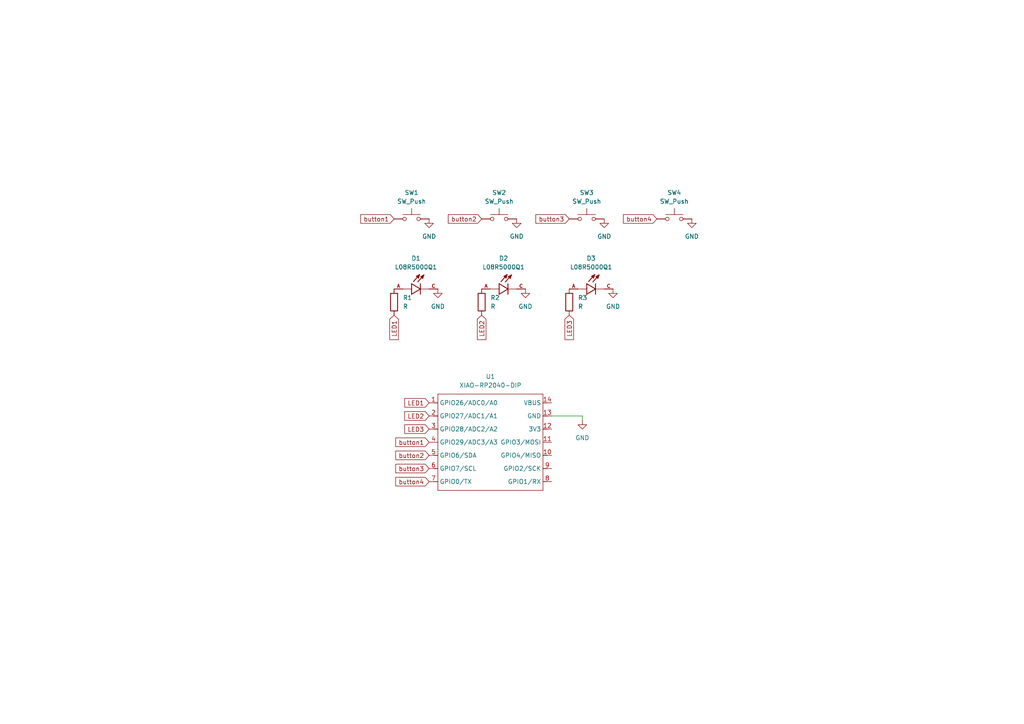
<source format=kicad_sch>
(kicad_sch (version 20250114) (generator "eeschema") (generator_version "9.0")
  (paper "A4")
  (lib_symbols
    (symbol "Device:R" (pin_numbers (hide yes)) (pin_names (offset 0))
      (property "Reference" "R" (at 2.032 0 90))
      (property "Value" "R" (at 0 0 90))
      (symbol "R_0_1"
        (rectangle (start -1.016 -2.54) (end 1.016 2.54) (stroke (width 0.254)))
      )
      (symbol "R_1_1"
        (pin passive line (at 0 3.81 270) (length 1.27) (name "~") (number "1"))
        (pin passive line (at 0 -3.81 90) (length 1.27) (name "~") (number "2"))
      )
    )
    (symbol "L08R5000Q1:L08R5000Q1" (pin_names (offset 1.016))
      (property "Reference" "D" (at -3.0988 4.4958 0))
      (property "Value" "L08R5000Q1" (at -3.556 -3.302 0))
      (symbol "L08R5000Q1_0_0"
        (polyline (pts (xy -2.54 1.524) (xy -2.54 0)) (stroke (width 0.254)))
        (polyline (pts (xy -2.54 0) (xy -5.08 0)) (stroke (width 0.1524)))
        (polyline (pts (xy -2.54 0) (xy -2.54 -1.524)) (stroke (width 0.254)))
        (polyline (pts (xy -2.54 -1.524) (xy 0 0)) (stroke (width 0.254)))
        (polyline (pts (xy -1.1176 3.683) (xy -0.2286 4.1656)) (stroke (width 0.254)))
        (polyline (pts (xy -0.9398 3.6068) (xy -0.7112 3.7592)) (stroke (width 0.254)))
        (polyline (pts (xy -0.5588 3.2004) (xy -1.1176 3.683)) (stroke (width 0.254)))
        (polyline (pts (xy -0.5588 3.2004) (xy -0.5334 3.937)) (stroke (width 0.254)))
        (polyline (pts (xy -0.5334 3.937) (xy -0.6604 3.937)) (stroke (width 0.254)))
        (polyline (pts (xy -0.2286 4.1656) (xy -2.0066 2.1336)) (stroke (width 0.254)))
        (polyline (pts (xy -0.2286 4.1656) (xy -0.5588 3.2004)) (stroke (width 0.254)))
        (polyline (pts (xy 0 1.524) (xy 0 0)) (stroke (width 0.254)))
        (polyline (pts (xy 0 0) (xy -2.54 1.524)) (stroke (width 0.254)))
        (polyline (pts (xy 0 0) (xy 0 -1.524)) (stroke (width 0.254)))
        (polyline (pts (xy 0.127 3.5814) (xy 1.016 4.064)) (stroke (width 0.254)))
        (polyline (pts (xy 0.3048 3.5052) (xy 0.5334 3.6576)) (stroke (width 0.254)))
        (polyline (pts (xy 0.6858 3.0988) (xy 0.127 3.5814)) (stroke (width 0.254)))
        (polyline (pts (xy 0.6858 3.0988) (xy 0.7112 3.8354)) (stroke (width 0.254)))
        (polyline (pts (xy 0.7112 3.8354) (xy 0.5842 3.8354)) (stroke (width 0.254)))
        (polyline (pts (xy 1.016 4.064) (xy -0.762 2.032)) (stroke (width 0.254)))
        (polyline (pts (xy 1.016 4.064) (xy 0.6858 3.0988)) (stroke (width 0.254)))
        (polyline (pts (xy 2.54 0) (xy 0 0)) (stroke (width 0.1524)))
        (pin passive line (at -7.62 0 0) (length 2.54) (name "~") (number "A"))
        (pin passive line (at 5.08 0 180) (length 2.54) (name "~") (number "C"))
      )
    )
    (symbol "Seeed_Studio_XIAO_Series:XIAO-RP2040-DIP"
      (property "Reference" "U" (at 0 0 0))
      (property "Value" "XIAO-RP2040-DIP" (at 5.334 -1.778 0))
      (symbol "XIAO-RP2040-DIP_1_0"
        (polyline (pts (xy -1.27 -2.54) (xy 29.21 -2.54)) (stroke (width 0.1524)))
        (polyline (pts (xy -1.27 -5.08) (xy -2.54 -5.08)) (stroke (width 0.1524)))
        (polyline (pts (xy -1.27 -5.08) (xy -1.27 -2.54)) (stroke (width 0.1524)))
        (polyline (pts (xy -1.27 -8.89) (xy -2.54 -8.89)) (stroke (width 0.1524)))
        (polyline (pts (xy -1.27 -8.89) (xy -1.27 -5.08)) (stroke (width 0.1524)))
        (polyline (pts (xy -1.27 -12.7) (xy -2.54 -12.7)) (stroke (width 0.1524)))
        (polyline (pts (xy -1.27 -12.7) (xy -1.27 -8.89)) (stroke (width 0.1524)))
        (polyline (pts (xy -1.27 -16.51) (xy -2.54 -16.51)) (stroke (width 0.1524)))
        (polyline (pts (xy -1.27 -16.51) (xy -1.27 -12.7)) (stroke (width 0.1524)))
        (polyline (pts (xy -1.27 -20.32) (xy -2.54 -20.32)) (stroke (width 0.1524)))
        (polyline (pts (xy -1.27 -24.13) (xy -2.54 -24.13)) (stroke (width 0.1524)))
        (polyline (pts (xy -1.27 -27.94) (xy -2.54 -27.94)) (stroke (width 0.1524)))
        (polyline (pts (xy -1.27 -30.48) (xy -1.27 -16.51)) (stroke (width 0.1524)))
        (polyline (pts (xy 29.21 -2.54) (xy 29.21 -5.08)) (stroke (width 0.1524)))
        (polyline (pts (xy 29.21 -5.08) (xy 29.21 -8.89)) (stroke (width 0.1524)))
        (polyline (pts (xy 29.21 -8.89) (xy 29.21 -12.7)) (stroke (width 0.1524)))
        (polyline (pts (xy 29.21 -12.7) (xy 29.21 -30.48)) (stroke (width 0.1524)))
        (polyline (pts (xy 29.21 -30.48) (xy -1.27 -30.48)) (stroke (width 0.1524)))
        (polyline (pts (xy 30.48 -5.08) (xy 29.21 -5.08)) (stroke (width 0.1524)))
        (polyline (pts (xy 30.48 -8.89) (xy 29.21 -8.89)) (stroke (width 0.1524)))
        (polyline (pts (xy 30.48 -12.7) (xy 29.21 -12.7)) (stroke (width 0.1524)))
        (polyline (pts (xy 30.48 -16.51) (xy 29.21 -16.51)) (stroke (width 0.1524)))
        (polyline (pts (xy 30.48 -20.32) (xy 29.21 -20.32)) (stroke (width 0.1524)))
        (polyline (pts (xy 30.48 -24.13) (xy 29.21 -24.13)) (stroke (width 0.1524)))
        (polyline (pts (xy 30.48 -27.94) (xy 29.21 -27.94)) (stroke (width 0.1524)))
        (pin passive line (at -3.81 -5.08 0) (length 2.54) (name "GPIO26/ADC0/A0") (number "1"))
        (pin passive line (at -3.81 -8.89 0) (length 2.54) (name "GPIO27/ADC1/A1") (number "2"))
        (pin passive line (at -3.81 -12.7 0) (length 2.54) (name "GPIO28/ADC2/A2") (number "3"))
        (pin passive line (at -3.81 -16.51 0) (length 2.54) (name "GPIO29/ADC3/A3") (number "4"))
        (pin passive line (at -3.81 -20.32 0) (length 2.54) (name "GPIO6/SDA") (number "5"))
        (pin passive line (at -3.81 -24.13 0) (length 2.54) (name "GPIO7/SCL") (number "6"))
        (pin passive line (at -3.81 -27.94 0) (length 2.54) (name "GPIO0/TX") (number "7"))
        (pin passive line (at 31.75 -5.08 180) (length 2.54) (name "VBUS") (number "14"))
        (pin passive line (at 31.75 -8.89 180) (length 2.54) (name "GND") (number "13"))
        (pin passive line (at 31.75 -12.7 180) (length 2.54) (name "3V3") (number "12"))
        (pin passive line (at 31.75 -16.51 180) (length 2.54) (name "GPIO3/MOSI") (number "11"))
        (pin passive line (at 31.75 -20.32 180) (length 2.54) (name "GPIO4/MISO") (number "10"))
        (pin passive line (at 31.75 -24.13 180) (length 2.54) (name "GPIO2/SCK") (number "9"))
        (pin passive line (at 31.75 -27.94 180) (length 2.54) (name "GPIO1/RX") (number "8"))
      )
    )
    (symbol "Switch:SW_Push" (pin_numbers (hide yes)) (pin_names (offset 1.016) (hide yes))
      (property "Reference" "SW" (at 1.27 2.54 0))
      (property "Value" "SW_Push" (at 0 -1.524 0))
      (symbol "SW_Push_0_1"
        (circle (center -2.032 0) (radius 0.508))
        (polyline (pts (xy 0 1.27) (xy 0 3.048)))
        (circle (center 2.032 0) (radius 0.508))
        (polyline (pts (xy 2.54 1.27) (xy -2.54 1.27)))
        (pin passive line (at -5.08 0 0) (length 2.54) (name "1") (number "1"))
        (pin passive line (at 5.08 0 180) (length 2.54) (name "2") (number "2"))
      )
    )
    (symbol "power:GND" (power) (pin_numbers (hide yes)) (pin_names (offset 0) (hide yes))
      (property "Value" "GND" (at 0 -3.81 0))
      (symbol "GND_0_1"
        (polyline (pts (xy 0 0) (xy 0 -1.27) (xy 1.27 -1.27) (xy 0 -2.54) (xy -1.27 -1.27) (xy 0 -1.27)))
      )
      (symbol "GND_1_1"
        (pin power_in line (at 0 0 270) (length 0) (name "~") (number "1"))
      )
    )
  )
  (wire (pts (xy 168.91 120.65) (xy 160.02 120.65)))
  (wire (pts (xy 168.91 121.92) (xy 168.91 120.65)))
  (global_label "LED2" (shape input) (at 124.46 120.65 180) (property "Intersheetrefs" "${INTERSHEET_REFS}" (effects (hide yes))))
  (global_label "button4" (shape input) (at 124.46 139.7 180) (property "Intersheetrefs" "${INTERSHEET_REFS}" (effects (hide yes))))
  (global_label "button2" (shape input) (at 124.46 132.08 180) (property "Intersheetrefs" "${INTERSHEET_REFS}" (effects (hide yes))))
  (global_label "button4" (shape input) (at 190.5 63.5 180) (property "Intersheetrefs" "${INTERSHEET_REFS}" (effects (hide yes))))
  (global_label "button3" (shape input) (at 165.1 63.5 180) (property "Intersheetrefs" "${INTERSHEET_REFS}" (effects (hide yes))))
  (global_label "button3" (shape input) (at 124.46 135.89 180) (property "Intersheetrefs" "${INTERSHEET_REFS}" (effects (hide yes))))
  (global_label "button1" (shape input) (at 124.46 128.27 180) (property "Intersheetrefs" "${INTERSHEET_REFS}" (effects (hide yes))))
  (global_label "LED1" (shape input) (at 124.46 116.84 180) (property "Intersheetrefs" "${INTERSHEET_REFS}" (effects (hide yes))))
  (global_label "LED3" (shape input) (at 124.46 124.46 180) (property "Intersheetrefs" "${INTERSHEET_REFS}" (effects (hide yes))))
  (global_label "button2" (shape input) (at 139.7 63.5 180) (property "Intersheetrefs" "${INTERSHEET_REFS}" (effects (hide yes))))
  (global_label "LED3" (shape input) (at 165.1 91.44 270) (property "Intersheetrefs" "${INTERSHEET_REFS}" (effects (hide yes))))
  (global_label "button1" (shape input) (at 114.3 63.5 180) (property "Intersheetrefs" "${INTERSHEET_REFS}" (effects (hide yes))))
  (global_label "LED1" (shape input) (at 114.3 91.44 270) (property "Intersheetrefs" "${INTERSHEET_REFS}" (effects (hide yes))))
  (global_label "LED2" (shape input) (at 139.7 91.44 270) (property "Intersheetrefs" "${INTERSHEET_REFS}" (effects (hide yes))))
  (symbol (lib_id "L08R5000Q1:L08R5000Q1") (at 172.72 83.82 0) (unit 1)
    (property "Reference" "D3" (at 171.45 74.93 0))
    (property "Value" "L08R5000Q1" (at 171.45 77.47 0))
    (property "Footprint" "imports:LEDRD254W57D500H1070" (effects (hide yes)))
    (property "MF" "LED Technology" (effects (hide yes)))
    (property "MAXIMUM_PACKAGE_HEIGHT" "10.7mm" (effects (hide yes)))
    (property "Package" "None" (effects (hide yes)))
    (property "Price" "None" (effects (hide yes)))
    (property "Check_prices" "https://www.snapeda.com/parts/L08R5000Q1/LED+Technology/view-part/?ref=eda" (effects (hide yes)))
    (property "STANDARD" "IPC-7351B" (effects (hide yes)))
    (property "PARTREV" "NA" (effects (hide yes)))
    (property "SnapEDA_Link" "https://www.snapeda.com/parts/L08R5000Q1/LED+Technology/view-part/?ref=snap" (effects (hide yes)))
    (property "MP" "L08R5000Q1" (effects (hide yes)))
    (property "Description_1" "LED, 5MM, ORANGE; LED / Lamp Size: 5mm / T-1 3/4; LED Colour: Orange; Typ Luminous Intensity: 4.3mcd; Viewing Angle: ..." (effects (hide yes)))
    (property "Availability" "Not in stock" (effects (hide yes)))
    (property "MANUFACTURER" "LED TECHNOLOGY" (effects (hide yes)))
  )
  (symbol (lib_id "Device:R") (at 114.3 87.63 0) (unit 1)
    (property "Reference" "R1" (at 116.84 86.3599 0) (effects (justify left)))
    (property "Value" "R" (at 116.84 88.8999 0) (effects (justify left)))
    (property "Footprint" "Resistor_THT:R_Axial_DIN0204_L3.6mm_D1.6mm_P5.08mm_Horizontal" (effects (hide yes)))
    (property "Description" "Resistor" (effects (hide yes)))
  )
  (symbol (lib_id "Switch:SW_Push") (at 119.38 63.5 0) (unit 1)
    (property "Reference" "SW1" (at 119.38 55.88 0))
    (property "Value" "SW_Push" (at 119.38 58.42 0))
    (property "Footprint" "Button_Switch_Keyboard:SW_Cherry_MX_1.00u_PCB" (effects (hide yes)))
    (property "Description" "Push button switch, generic, two pins" (effects (hide yes)))
  )
  (symbol (lib_id "power:GND") (at 152.4 83.82 0) (unit 1)
    (property "Reference" "#PWR06" (effects (hide yes)))
    (property "Value" "GND" (at 152.4 88.9 0))
    (property "Description" "Power symbol creates a global label with name \"GND\" , ground" (effects (hide yes)))
  )
  (symbol (lib_id "L08R5000Q1:L08R5000Q1") (at 121.92 83.82 0) (unit 1)
    (property "Reference" "D1" (at 120.65 74.93 0))
    (property "Value" "L08R5000Q1" (at 120.65 77.47 0))
    (property "Footprint" "imports:LEDRD254W57D500H1070" (effects (hide yes)))
    (property "MF" "LED Technology" (effects (hide yes)))
    (property "MAXIMUM_PACKAGE_HEIGHT" "10.7mm" (effects (hide yes)))
    (property "Package" "None" (effects (hide yes)))
    (property "Price" "None" (effects (hide yes)))
    (property "Check_prices" "https://www.snapeda.com/parts/L08R5000Q1/LED+Technology/view-part/?ref=eda" (effects (hide yes)))
    (property "STANDARD" "IPC-7351B" (effects (hide yes)))
    (property "PARTREV" "NA" (effects (hide yes)))
    (property "SnapEDA_Link" "https://www.snapeda.com/parts/L08R5000Q1/LED+Technology/view-part/?ref=snap" (effects (hide yes)))
    (property "MP" "L08R5000Q1" (effects (hide yes)))
    (property "Description_1" "LED, 5MM, ORANGE; LED / Lamp Size: 5mm / T-1 3/4; LED Colour: Orange; Typ Luminous Intensity: 4.3mcd; Viewing Angle: ..." (effects (hide yes)))
    (property "Availability" "Not in stock" (effects (hide yes)))
    (property "MANUFACTURER" "LED TECHNOLOGY" (effects (hide yes)))
  )
  (symbol (lib_id "power:GND") (at 149.86 63.5 0) (unit 1)
    (property "Reference" "#PWR03" (effects (hide yes)))
    (property "Value" "GND" (at 149.86 68.58 0))
    (property "Description" "Power symbol creates a global label with name \"GND\" , ground" (effects (hide yes)))
  )
  (symbol (lib_id "Switch:SW_Push") (at 144.78 63.5 0) (unit 1)
    (property "Reference" "SW2" (at 144.78 55.88 0))
    (property "Value" "SW_Push" (at 144.78 58.42 0))
    (property "Footprint" "Button_Switch_Keyboard:SW_Cherry_MX_1.00u_PCB" (effects (hide yes)))
    (property "Description" "Push button switch, generic, two pins" (effects (hide yes)))
  )
  (symbol (lib_id "power:GND") (at 124.46 63.5 0) (unit 1)
    (property "Reference" "#PWR04" (effects (hide yes)))
    (property "Value" "GND" (at 124.46 68.58 0))
    (property "Description" "Power symbol creates a global label with name \"GND\" , ground" (effects (hide yes)))
  )
  (symbol (lib_id "Switch:SW_Push") (at 170.18 63.5 0) (unit 1)
    (property "Reference" "SW3" (at 170.18 55.88 0))
    (property "Value" "SW_Push" (at 170.18 58.42 0))
    (property "Footprint" "Button_Switch_Keyboard:SW_Cherry_MX_1.00u_PCB" (effects (hide yes)))
    (property "Description" "Push button switch, generic, two pins" (effects (hide yes)))
  )
  (symbol (lib_id "Device:R") (at 165.1 87.63 0) (unit 1)
    (property "Reference" "R3" (at 167.64 86.3599 0) (effects (justify left)))
    (property "Value" "R" (at 167.64 88.8999 0) (effects (justify left)))
    (property "Footprint" "Resistor_THT:R_Axial_DIN0204_L3.6mm_D1.6mm_P5.08mm_Horizontal" (effects (hide yes)))
    (property "Description" "Resistor" (effects (hide yes)))
  )
  (symbol (lib_id "power:GND") (at 175.26 63.5 0) (unit 1)
    (property "Reference" "#PWR02" (effects (hide yes)))
    (property "Value" "GND" (at 175.26 68.58 0))
    (property "Description" "Power symbol creates a global label with name \"GND\" , ground" (effects (hide yes)))
  )
  (symbol (lib_id "power:GND") (at 177.8 83.82 0) (unit 1)
    (property "Reference" "#PWR07" (effects (hide yes)))
    (property "Value" "GND" (at 177.8 88.9 0))
    (property "Description" "Power symbol creates a global label with name \"GND\" , ground" (effects (hide yes)))
  )
  (symbol (lib_id "power:GND") (at 127 83.82 0) (unit 1)
    (property "Reference" "#PWR05" (effects (hide yes)))
    (property "Value" "GND" (at 127 88.9 0))
    (property "Description" "Power symbol creates a global label with name \"GND\" , ground" (effects (hide yes)))
  )
  (symbol (lib_id "Device:R") (at 139.7 87.63 0) (unit 1)
    (property "Reference" "R2" (at 142.24 86.3599 0) (effects (justify left)))
    (property "Value" "R" (at 142.24 88.8999 0) (effects (justify left)))
    (property "Footprint" "Resistor_THT:R_Axial_DIN0204_L3.6mm_D1.6mm_P5.08mm_Horizontal" (effects (hide yes)))
    (property "Description" "Resistor" (effects (hide yes)))
  )
  (symbol (lib_id "L08R5000Q1:L08R5000Q1") (at 147.32 83.82 0) (unit 1)
    (property "Reference" "D2" (at 146.05 74.93 0))
    (property "Value" "L08R5000Q1" (at 146.05 77.47 0))
    (property "Footprint" "imports:LEDRD254W57D500H1070" (effects (hide yes)))
    (property "MF" "LED Technology" (effects (hide yes)))
    (property "MAXIMUM_PACKAGE_HEIGHT" "10.7mm" (effects (hide yes)))
    (property "Package" "None" (effects (hide yes)))
    (property "Price" "None" (effects (hide yes)))
    (property "Check_prices" "https://www.snapeda.com/parts/L08R5000Q1/LED+Technology/view-part/?ref=eda" (effects (hide yes)))
    (property "STANDARD" "IPC-7351B" (effects (hide yes)))
    (property "PARTREV" "NA" (effects (hide yes)))
    (property "SnapEDA_Link" "https://www.snapeda.com/parts/L08R5000Q1/LED+Technology/view-part/?ref=snap" (effects (hide yes)))
    (property "MP" "L08R5000Q1" (effects (hide yes)))
    (property "Description_1" "LED, 5MM, ORANGE; LED / Lamp Size: 5mm / T-1 3/4; LED Colour: Orange; Typ Luminous Intensity: 4.3mcd; Viewing Angle: ..." (effects (hide yes)))
    (property "Availability" "Not in stock" (effects (hide yes)))
    (property "MANUFACTURER" "LED TECHNOLOGY" (effects (hide yes)))
  )
  (symbol (lib_id "power:GND") (at 168.91 121.92 0) (unit 1)
    (property "Reference" "#PWR01" (effects (hide yes)))
    (property "Value" "GND" (at 168.91 127 0))
    (property "Description" "Power symbol creates a global label with name \"GND\" , ground" (effects (hide yes)))
  )
  (symbol (lib_id "power:GND") (at 200.66 63.5 0) (unit 1)
    (property "Reference" "#PWR08" (effects (hide yes)))
    (property "Value" "GND" (at 200.66 68.58 0))
    (property "Description" "Power symbol creates a global label with name \"GND\" , ground" (effects (hide yes)))
  )
  (symbol (lib_id "Seeed_Studio_XIAO_Series:XIAO-RP2040-DIP") (at 128.27 111.76 0) (unit 1)
    (property "Reference" "U1" (at 142.24 109.22 0))
    (property "Value" "XIAO-RP2040-DIP" (at 142.24 111.76 0))
    (property "Footprint" "imports:XIAO-RP2040-DIP" (effects (hide yes)))
  )
  (symbol (lib_id "Switch:SW_Push") (at 195.58 63.5 0) (unit 1)
    (property "Reference" "SW4" (at 195.58 55.88 0))
    (property "Value" "SW_Push" (at 195.58 58.42 0))
    (property "Footprint" "Button_Switch_Keyboard:SW_Cherry_MX_1.00u_PCB" (effects (hide yes)))
    (property "Description" "Push button switch, generic, two pins" (effects (hide yes)))
  )
)
</source>
